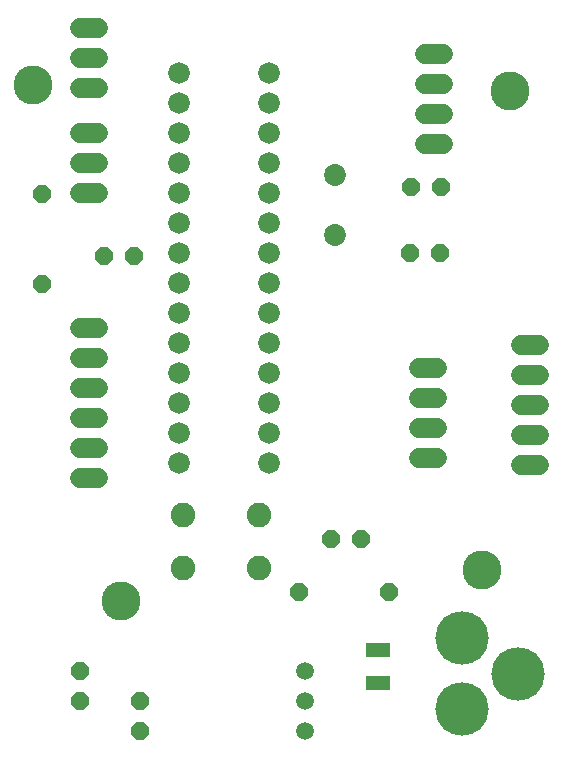
<source format=gbr>
G04 EAGLE Gerber RS-274X export*
G75*
%MOMM*%
%FSLAX34Y34*%
%LPD*%
%INSoldermask Bottom*%
%IPPOS*%
%AMOC8*
5,1,8,0,0,1.08239X$1,22.5*%
G01*
%ADD10C,3.303200*%
%ADD11C,4.521200*%
%ADD12C,1.727200*%
%ADD13P,1.649562X8X22.500000*%
%ADD14P,1.649562X8X112.500000*%
%ADD15P,1.649562X8X292.500000*%
%ADD16C,2.082800*%
%ADD17C,1.828800*%
%ADD18C,1.511200*%
%ADD19C,1.854200*%
%ADD20R,2.003200X1.203200*%


D10*
X810689Y200283D03*
X833985Y605664D03*
X430139Y610905D03*
X504681Y173346D03*
D11*
X793660Y142268D03*
X793660Y82268D03*
X840660Y112268D03*
D12*
X484990Y404941D02*
X469750Y404941D01*
X469750Y379541D02*
X484990Y379541D01*
X484990Y354141D02*
X469750Y354141D01*
X469750Y328741D02*
X484990Y328741D01*
X484990Y303341D02*
X469750Y303341D01*
X469750Y277941D02*
X484990Y277941D01*
D13*
X749674Y468398D03*
X775074Y468398D03*
X750571Y523885D03*
X775971Y523885D03*
D14*
X520700Y63500D03*
X520700Y88900D03*
D15*
X469900Y114300D03*
X469900Y88900D03*
D13*
X682701Y226616D03*
X708101Y226616D03*
D12*
X843796Y289012D02*
X859036Y289012D01*
X859036Y314412D02*
X843796Y314412D01*
X843796Y339812D02*
X859036Y339812D01*
X859036Y365212D02*
X843796Y365212D01*
X843796Y390612D02*
X859036Y390612D01*
X772189Y294669D02*
X756949Y294669D01*
X756949Y320069D02*
X772189Y320069D01*
X772189Y345469D02*
X756949Y345469D01*
X756949Y370869D02*
X772189Y370869D01*
X777314Y560220D02*
X762074Y560220D01*
X762074Y585620D02*
X777314Y585620D01*
X777314Y611020D02*
X762074Y611020D01*
X762074Y636420D02*
X777314Y636420D01*
X484990Y658941D02*
X469750Y658941D01*
X469750Y633541D02*
X484990Y633541D01*
X484990Y608141D02*
X469750Y608141D01*
X469750Y570041D02*
X484990Y570041D01*
X484990Y544641D02*
X469750Y544641D01*
X469750Y519241D02*
X484990Y519241D01*
D13*
X490240Y465651D03*
X515640Y465651D03*
X655798Y181196D03*
X731998Y181196D03*
D15*
X437942Y518685D03*
X437942Y442485D03*
D16*
X621928Y201553D03*
X556904Y201553D03*
X621928Y246765D03*
X556904Y246765D03*
D17*
X629770Y290641D03*
X629770Y316041D03*
X629770Y341441D03*
X629770Y366841D03*
X629770Y392241D03*
X629770Y417641D03*
X629770Y443041D03*
X629770Y468441D03*
X629770Y493841D03*
X629770Y519241D03*
X629770Y544641D03*
X629770Y570041D03*
X629770Y595441D03*
X629770Y620841D03*
X553570Y620841D03*
X553570Y595441D03*
X553570Y570041D03*
X553570Y544641D03*
X553570Y519241D03*
X553570Y493841D03*
X553570Y468441D03*
X553570Y443041D03*
X553570Y417641D03*
X553570Y392241D03*
X553570Y366841D03*
X553570Y341441D03*
X553570Y316041D03*
X553570Y290641D03*
D18*
X660400Y63500D03*
X660400Y88900D03*
X660400Y114300D03*
D19*
X685822Y534606D03*
X685822Y483806D03*
D20*
X722177Y132508D03*
X722177Y104508D03*
M02*

</source>
